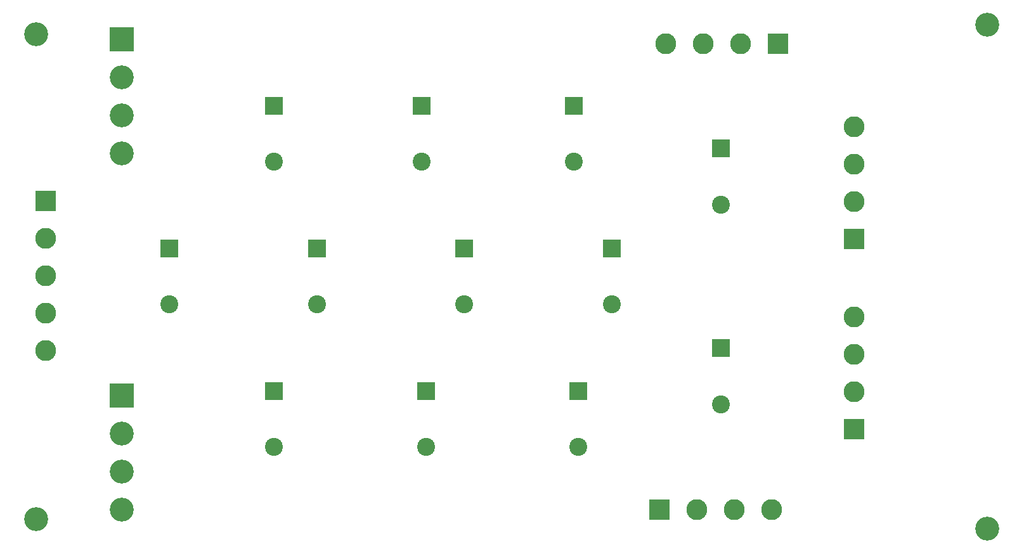
<source format=gbr>
%TF.GenerationSoftware,KiCad,Pcbnew,(5.1.10)-1*%
%TF.CreationDate,2021-09-27T18:55:40-04:00*%
%TF.ProjectId,noname,6e6f6e61-6d65-42e6-9b69-6361645f7063,rev?*%
%TF.SameCoordinates,Original*%
%TF.FileFunction,Soldermask,Top*%
%TF.FilePolarity,Negative*%
%FSLAX46Y46*%
G04 Gerber Fmt 4.6, Leading zero omitted, Abs format (unit mm)*
G04 Created by KiCad (PCBNEW (5.1.10)-1) date 2021-09-27 18:55:40*
%MOMM*%
%LPD*%
G01*
G04 APERTURE LIST*
%ADD10C,3.200000*%
%ADD11R,2.400000X2.400000*%
%ADD12C,2.400000*%
%ADD13R,3.200000X3.200000*%
%ADD14R,2.800000X2.800000*%
%ADD15C,2.800000*%
G04 APERTURE END LIST*
D10*
%TO.C,m3*%
X292735000Y-140335000D03*
%TD*%
%TO.C,m3*%
X292735000Y-73025000D03*
%TD*%
%TO.C,m3*%
X165735000Y-139065000D03*
%TD*%
%TO.C,m3*%
X165735000Y-74295000D03*
%TD*%
D11*
%TO.C,C12*%
X257175000Y-116205000D03*
D12*
X257175000Y-123705000D03*
%TD*%
D11*
%TO.C,C4*%
X237490000Y-83820000D03*
D12*
X237490000Y-91320000D03*
%TD*%
%TO.C,C1*%
X257175000Y-97035000D03*
D11*
X257175000Y-89535000D03*
%TD*%
%TO.C,C2*%
X197485000Y-83820000D03*
D12*
X197485000Y-91320000D03*
%TD*%
%TO.C,C3*%
X217170000Y-91320000D03*
D11*
X217170000Y-83820000D03*
%TD*%
D12*
%TO.C,C5*%
X222885000Y-110370000D03*
D11*
X222885000Y-102870000D03*
%TD*%
%TO.C,C6*%
X203200000Y-102870000D03*
D12*
X203200000Y-110370000D03*
%TD*%
%TO.C,C7*%
X183515000Y-110370000D03*
D11*
X183515000Y-102870000D03*
%TD*%
%TO.C,C8*%
X242570000Y-102870000D03*
D12*
X242570000Y-110370000D03*
%TD*%
%TO.C,C9*%
X238125000Y-129420000D03*
D11*
X238125000Y-121920000D03*
%TD*%
%TO.C,C10*%
X197485000Y-121920000D03*
D12*
X197485000Y-129420000D03*
%TD*%
%TO.C,C11*%
X217805000Y-129420000D03*
D11*
X217805000Y-121920000D03*
%TD*%
D10*
%TO.C,D1*%
X177165000Y-137795000D03*
X177165000Y-132715000D03*
X177165000Y-127635000D03*
D13*
X177165000Y-122555000D03*
%TD*%
%TO.C,D2*%
X177165000Y-74930000D03*
D10*
X177165000Y-80010000D03*
X177165000Y-85090000D03*
X177165000Y-90170000D03*
%TD*%
D14*
%TO.C,J1*%
X167005000Y-96520000D03*
D15*
X167005000Y-101520000D03*
X167005000Y-106520000D03*
X167005000Y-111520000D03*
X167005000Y-116520000D03*
%TD*%
%TO.C,J2*%
X249795000Y-75565000D03*
X254795000Y-75565000D03*
X259795000Y-75565000D03*
D14*
X264795000Y-75565000D03*
%TD*%
%TO.C,J3*%
X248920000Y-137795000D03*
D15*
X253920000Y-137795000D03*
X258920000Y-137795000D03*
X263920000Y-137795000D03*
%TD*%
%TO.C,J4*%
X274955000Y-86600000D03*
X274955000Y-91600000D03*
X274955000Y-96600000D03*
D14*
X274955000Y-101600000D03*
%TD*%
%TO.C,J5*%
X274955000Y-127000000D03*
D15*
X274955000Y-122000000D03*
X274955000Y-117000000D03*
X274955000Y-112000000D03*
%TD*%
M02*

</source>
